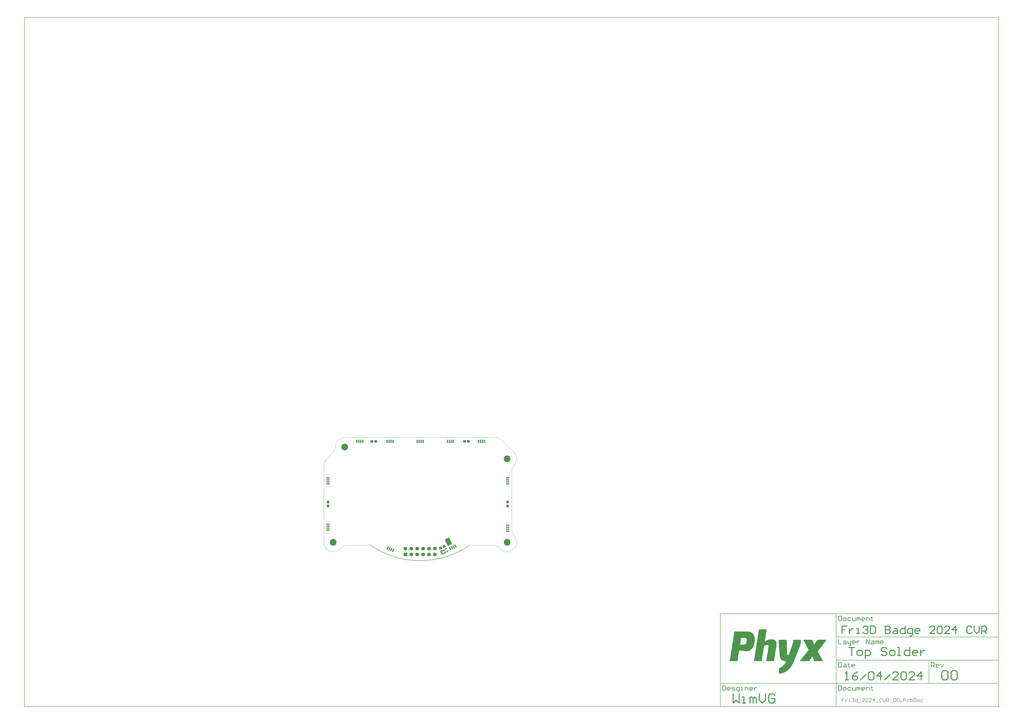
<source format=gts>
G04*
G04 #@! TF.GenerationSoftware,Altium Limited,Altium Designer,24.4.1 (13)*
G04*
G04 Layer_Color=8388736*
%FSLAX25Y25*%
%MOIN*%
G70*
G04*
G04 #@! TF.SameCoordinates,89CB3089-6BD8-41CF-BEDE-02629DB89CB6*
G04*
G04*
G04 #@! TF.FilePolarity,Negative*
G04*
G01*
G75*
%ADD10C,0.00787*%
%ADD11C,0.00591*%
%ADD12C,0.00394*%
%ADD13C,0.01575*%
%ADD14C,0.00984*%
%ADD25R,0.04331X0.04724*%
G04:AMPARAMS|DCode=26|XSize=19.68mil|YSize=39.37mil|CornerRadius=0mil|HoleSize=0mil|Usage=FLASHONLY|Rotation=295.000|XOffset=0mil|YOffset=0mil|HoleType=Round|Shape=Rectangle|*
%AMROTATEDRECTD26*
4,1,4,-0.02200,0.00060,0.01368,0.01724,0.02200,-0.00060,-0.01368,-0.01724,-0.02200,0.00060,0.0*
%
%ADD26ROTATEDRECTD26*%

G04:AMPARAMS|DCode=27|XSize=23.62mil|YSize=27.56mil|CornerRadius=0mil|HoleSize=0mil|Usage=FLASHONLY|Rotation=115.000|XOffset=0mil|YOffset=0mil|HoleType=Round|Shape=Rectangle|*
%AMROTATEDRECTD27*
4,1,4,0.01748,-0.00488,-0.00750,-0.01653,-0.01748,0.00488,0.00750,0.01653,0.01748,-0.00488,0.0*
%
%ADD27ROTATEDRECTD27*%

G04:AMPARAMS|DCode=28|XSize=43.31mil|YSize=47.24mil|CornerRadius=0mil|HoleSize=0mil|Usage=FLASHONLY|Rotation=295.000|XOffset=0mil|YOffset=0mil|HoleType=Round|Shape=Rectangle|*
%AMROTATEDRECTD28*
4,1,4,-0.03056,0.00964,0.01226,0.02961,0.03056,-0.00964,-0.01226,-0.02961,-0.03056,0.00964,0.0*
%
%ADD28ROTATEDRECTD28*%

G04:AMPARAMS|DCode=29|XSize=55.12mil|YSize=20.47mil|CornerRadius=0mil|HoleSize=0mil|Usage=FLASHONLY|Rotation=65.000|XOffset=0mil|YOffset=0mil|HoleType=Round|Shape=Rectangle|*
%AMROTATEDRECTD29*
4,1,4,-0.00237,-0.02930,-0.02092,-0.02065,0.00237,0.02930,0.02092,0.02065,-0.00237,-0.02930,0.0*
%
%ADD29ROTATEDRECTD29*%

%ADD30R,0.04724X0.04331*%
G04:AMPARAMS|DCode=31|XSize=120.47mil|YSize=81.1mil|CornerRadius=5.12mil|HoleSize=0mil|Usage=FLASHONLY|Rotation=295.000|XOffset=0mil|YOffset=0mil|HoleType=Round|Shape=RoundedRectangle|*
%AMROUNDEDRECTD31*
21,1,0.12047,0.07087,0,0,295.0*
21,1,0.11024,0.08110,0,0,295.0*
1,1,0.01024,-0.00882,-0.06493*
1,1,0.01024,-0.05541,0.03498*
1,1,0.01024,0.00882,0.06493*
1,1,0.01024,0.05541,-0.03498*
%
%ADD31ROUNDEDRECTD31*%
%ADD32R,0.05512X0.02047*%
%ADD33R,0.02047X0.05512*%
G04:AMPARAMS|DCode=34|XSize=55.12mil|YSize=20.47mil|CornerRadius=0mil|HoleSize=0mil|Usage=FLASHONLY|Rotation=115.000|XOffset=0mil|YOffset=0mil|HoleType=Round|Shape=Rectangle|*
%AMROTATEDRECTD34*
4,1,4,0.02092,-0.02065,0.00237,-0.02930,-0.02092,0.02065,-0.00237,0.02930,0.02092,-0.02065,0.0*
%
%ADD34ROTATEDRECTD34*%

%ADD35C,0.06299*%
%ADD36R,0.06299X0.06299*%
%ADD37C,0.11417*%
G36*
X557241Y-114219D02*
X558959D01*
Y-114506D01*
X559818D01*
Y-114792D01*
X560676D01*
Y-115078D01*
X561535D01*
Y-115365D01*
X562108D01*
Y-115651D01*
X562394D01*
Y-115937D01*
X562967D01*
Y-116224D01*
X563253D01*
Y-116510D01*
X563826D01*
Y-116796D01*
X564112D01*
Y-117083D01*
X564398D01*
Y-117369D01*
X564685D01*
Y-117655D01*
X564971D01*
Y-117941D01*
X565258D01*
Y-118228D01*
X565544D01*
Y-118514D01*
Y-118800D01*
X565830D01*
Y-119087D01*
X566116D01*
Y-119373D01*
Y-119659D01*
X566403D01*
Y-119946D01*
X566689D01*
Y-120232D01*
Y-120518D01*
X566975D01*
Y-120805D01*
Y-121091D01*
Y-121377D01*
X567262D01*
Y-121663D01*
Y-121950D01*
Y-122236D01*
X567548D01*
Y-122522D01*
Y-122809D01*
Y-123095D01*
Y-123381D01*
X567834D01*
Y-123668D01*
Y-123954D01*
Y-124240D01*
Y-124527D01*
Y-124813D01*
X568121D01*
Y-125099D01*
Y-125385D01*
Y-125672D01*
Y-125958D01*
Y-126244D01*
Y-126531D01*
Y-126817D01*
Y-127103D01*
Y-127390D01*
Y-127676D01*
Y-127962D01*
Y-128249D01*
Y-128535D01*
Y-128821D01*
Y-129108D01*
Y-129394D01*
Y-129680D01*
Y-129966D01*
Y-130253D01*
Y-130539D01*
X567834D01*
Y-130825D01*
Y-131112D01*
Y-131398D01*
Y-131684D01*
Y-131971D01*
Y-132257D01*
Y-132543D01*
X567548D01*
Y-132830D01*
Y-133116D01*
Y-133402D01*
Y-133689D01*
Y-133975D01*
X567262D01*
Y-134261D01*
Y-134547D01*
Y-134834D01*
Y-135120D01*
Y-135406D01*
X566975D01*
Y-135693D01*
Y-135979D01*
Y-136265D01*
X566689D01*
Y-136552D01*
Y-136838D01*
Y-137124D01*
Y-137411D01*
X566403D01*
Y-137697D01*
Y-137983D01*
Y-138270D01*
X566116D01*
Y-138556D01*
Y-138842D01*
X565830D01*
Y-139128D01*
Y-139415D01*
Y-139701D01*
X565544D01*
Y-139988D01*
Y-140274D01*
X565258D01*
Y-140560D01*
Y-140846D01*
X564971D01*
Y-141133D01*
Y-141419D01*
X564685D01*
Y-141705D01*
X564398D01*
Y-141992D01*
Y-142278D01*
X564112D01*
Y-142564D01*
X563826D01*
Y-142851D01*
X563540D01*
Y-143137D01*
Y-143423D01*
X563253D01*
Y-143710D01*
X562967D01*
Y-143996D01*
X562681D01*
Y-144282D01*
X562394D01*
Y-144569D01*
X562108D01*
Y-144855D01*
X561535D01*
Y-145141D01*
X561249D01*
Y-145427D01*
X560676D01*
Y-145714D01*
X560390D01*
Y-146000D01*
X559818D01*
Y-146286D01*
X558959D01*
Y-146573D01*
X558100D01*
Y-146859D01*
X557241D01*
Y-147145D01*
X555523D01*
Y-147432D01*
X550369D01*
Y-147145D01*
X547792D01*
Y-146859D01*
X545788D01*
Y-146573D01*
X544357D01*
Y-146286D01*
X542925D01*
Y-146000D01*
X541494D01*
Y-146286D01*
Y-146573D01*
Y-146859D01*
Y-147145D01*
Y-147432D01*
Y-147718D01*
Y-148004D01*
X541207D01*
Y-148291D01*
Y-148577D01*
Y-148863D01*
Y-149150D01*
Y-149436D01*
Y-149722D01*
X540921D01*
Y-150008D01*
Y-150295D01*
Y-150581D01*
Y-150867D01*
Y-151154D01*
Y-151440D01*
X540635D01*
Y-151726D01*
Y-152013D01*
Y-152299D01*
Y-152585D01*
Y-152872D01*
Y-153158D01*
Y-153444D01*
X540348D01*
Y-153730D01*
Y-154017D01*
Y-154303D01*
Y-154589D01*
Y-154876D01*
Y-155162D01*
X540062D01*
Y-155448D01*
Y-155735D01*
Y-156021D01*
Y-156307D01*
Y-156594D01*
Y-156880D01*
X539776D01*
Y-157166D01*
Y-157453D01*
Y-157739D01*
Y-158025D01*
Y-158311D01*
Y-158598D01*
Y-158884D01*
X539489D01*
Y-159170D01*
Y-159457D01*
Y-159743D01*
Y-160029D01*
Y-160316D01*
Y-160602D01*
X539203D01*
Y-160888D01*
Y-161175D01*
Y-161461D01*
Y-161747D01*
Y-162034D01*
Y-162320D01*
X538917D01*
Y-162606D01*
Y-162892D01*
Y-163179D01*
Y-163465D01*
Y-163751D01*
Y-164038D01*
Y-164324D01*
X525460D01*
Y-164038D01*
X525746D01*
Y-163751D01*
Y-163465D01*
Y-163179D01*
Y-162892D01*
Y-162606D01*
X526033D01*
Y-162320D01*
Y-162034D01*
Y-161747D01*
Y-161461D01*
Y-161175D01*
Y-160888D01*
Y-160602D01*
X526319D01*
Y-160316D01*
Y-160029D01*
Y-159743D01*
Y-159457D01*
Y-159170D01*
Y-158884D01*
X526605D01*
Y-158598D01*
Y-158311D01*
Y-158025D01*
Y-157739D01*
Y-157453D01*
Y-157166D01*
X526892D01*
Y-156880D01*
Y-156594D01*
Y-156307D01*
Y-156021D01*
Y-155735D01*
Y-155448D01*
Y-155162D01*
X527178D01*
Y-154876D01*
Y-154589D01*
Y-154303D01*
Y-154017D01*
Y-153730D01*
Y-153444D01*
X527464D01*
Y-153158D01*
Y-152872D01*
Y-152585D01*
Y-152299D01*
Y-152013D01*
Y-151726D01*
X527750D01*
Y-151440D01*
Y-151154D01*
Y-150867D01*
Y-150581D01*
Y-150295D01*
Y-150008D01*
X528037D01*
Y-149722D01*
Y-149436D01*
Y-149150D01*
Y-148863D01*
Y-148577D01*
Y-148291D01*
Y-148004D01*
X528323D01*
Y-147718D01*
Y-147432D01*
Y-147145D01*
Y-146859D01*
Y-146573D01*
Y-146286D01*
X528609D01*
Y-146000D01*
Y-145714D01*
Y-145427D01*
Y-145141D01*
Y-144855D01*
Y-144569D01*
X528896D01*
Y-144282D01*
Y-143996D01*
Y-143710D01*
Y-143423D01*
Y-143137D01*
Y-142851D01*
X529182D01*
Y-142564D01*
Y-142278D01*
Y-141992D01*
Y-141705D01*
Y-141419D01*
Y-141133D01*
Y-140846D01*
X529468D01*
Y-140560D01*
Y-140274D01*
Y-139988D01*
Y-139701D01*
Y-139415D01*
Y-139128D01*
X529755D01*
Y-138842D01*
Y-138556D01*
Y-138270D01*
Y-137983D01*
Y-137697D01*
Y-137411D01*
X530041D01*
Y-137124D01*
Y-136838D01*
Y-136552D01*
Y-136265D01*
Y-135979D01*
Y-135693D01*
Y-135406D01*
X530327D01*
Y-135120D01*
Y-134834D01*
Y-134547D01*
Y-134261D01*
Y-133975D01*
Y-133689D01*
X530614D01*
Y-133402D01*
Y-133116D01*
Y-132830D01*
Y-132543D01*
Y-132257D01*
Y-131971D01*
X530900D01*
Y-131684D01*
Y-131398D01*
Y-131112D01*
Y-130825D01*
Y-130539D01*
Y-130253D01*
X531186D01*
Y-129966D01*
Y-129680D01*
Y-129394D01*
Y-129108D01*
Y-128821D01*
Y-128535D01*
Y-128249D01*
X531473D01*
Y-127962D01*
Y-127676D01*
Y-127390D01*
Y-127103D01*
Y-126817D01*
Y-126531D01*
X531759D01*
Y-126244D01*
Y-125958D01*
Y-125672D01*
Y-125385D01*
Y-125099D01*
Y-124813D01*
X532045D01*
Y-124527D01*
Y-124240D01*
Y-123954D01*
Y-123668D01*
Y-123381D01*
Y-123095D01*
Y-122809D01*
X532332D01*
Y-122522D01*
Y-122236D01*
Y-121950D01*
Y-121663D01*
Y-121377D01*
Y-121091D01*
X532618D01*
Y-120805D01*
Y-120518D01*
Y-120232D01*
Y-119946D01*
Y-119659D01*
Y-119373D01*
X532904D01*
Y-119087D01*
Y-118800D01*
Y-118514D01*
Y-118228D01*
Y-117941D01*
Y-117655D01*
Y-117369D01*
X533190D01*
Y-117083D01*
Y-116796D01*
Y-116510D01*
Y-116224D01*
Y-115937D01*
Y-115651D01*
X533477D01*
Y-115365D01*
Y-115078D01*
Y-114792D01*
Y-114506D01*
Y-114219D01*
Y-113933D01*
X557241D01*
Y-114219D01*
D02*
G37*
G36*
X588449Y-110784D02*
Y-111070D01*
X588163D01*
Y-111356D01*
Y-111643D01*
Y-111929D01*
Y-112215D01*
Y-112501D01*
Y-112788D01*
X587876D01*
Y-113074D01*
Y-113360D01*
Y-113647D01*
Y-113933D01*
Y-114219D01*
Y-114506D01*
X587590D01*
Y-114792D01*
Y-115078D01*
Y-115365D01*
Y-115651D01*
Y-115937D01*
Y-116224D01*
Y-116510D01*
X587304D01*
Y-116796D01*
Y-117083D01*
Y-117369D01*
Y-117655D01*
Y-117941D01*
Y-118228D01*
X587017D01*
Y-118514D01*
Y-118800D01*
Y-119087D01*
Y-119373D01*
Y-119659D01*
Y-119946D01*
X586731D01*
Y-120232D01*
Y-120518D01*
Y-120805D01*
Y-121091D01*
Y-121377D01*
Y-121663D01*
Y-121950D01*
X586445D01*
Y-122236D01*
Y-122522D01*
Y-122809D01*
Y-123095D01*
Y-123381D01*
Y-123668D01*
X586158D01*
Y-123954D01*
Y-124240D01*
Y-124527D01*
Y-124813D01*
Y-125099D01*
Y-125385D01*
X585872D01*
Y-125672D01*
Y-125958D01*
Y-126244D01*
Y-126531D01*
Y-126817D01*
Y-127103D01*
X585586D01*
Y-127390D01*
Y-127676D01*
Y-127962D01*
Y-128249D01*
Y-128535D01*
Y-128821D01*
Y-129108D01*
X585299D01*
Y-129394D01*
Y-129680D01*
Y-129966D01*
Y-130253D01*
Y-130539D01*
Y-130825D01*
X585013D01*
Y-131112D01*
Y-131398D01*
X585586D01*
Y-131112D01*
X585872D01*
Y-130825D01*
X586158D01*
Y-130539D01*
X586731D01*
Y-130253D01*
X587017D01*
Y-129966D01*
X587304D01*
Y-129680D01*
X587876D01*
Y-129394D01*
X588449D01*
Y-129108D01*
X588735D01*
Y-128821D01*
X589308D01*
Y-128535D01*
X590167D01*
Y-128249D01*
X590739D01*
Y-127962D01*
X591598D01*
Y-127676D01*
X593030D01*
Y-127390D01*
X599329D01*
Y-127676D01*
X600474D01*
Y-127962D01*
X601333D01*
Y-128249D01*
X601905D01*
Y-128535D01*
X602192D01*
Y-128821D01*
X602765D01*
Y-129108D01*
X603051D01*
Y-129394D01*
X603337D01*
Y-129680D01*
X603623D01*
Y-129966D01*
X603910D01*
Y-130253D01*
Y-130539D01*
X604196D01*
Y-130825D01*
Y-131112D01*
X604482D01*
Y-131398D01*
Y-131684D01*
Y-131971D01*
X604769D01*
Y-132257D01*
Y-132543D01*
Y-132830D01*
Y-133116D01*
X605055D01*
Y-133402D01*
Y-133689D01*
Y-133975D01*
Y-134261D01*
Y-134547D01*
Y-134834D01*
Y-135120D01*
Y-135406D01*
Y-135693D01*
Y-135979D01*
Y-136265D01*
Y-136552D01*
Y-136838D01*
Y-137124D01*
Y-137411D01*
Y-137697D01*
Y-137983D01*
Y-138270D01*
X604769D01*
Y-138556D01*
Y-138842D01*
Y-139128D01*
Y-139415D01*
Y-139701D01*
Y-139988D01*
Y-140274D01*
X604482D01*
Y-140560D01*
Y-140846D01*
Y-141133D01*
Y-141419D01*
Y-141705D01*
Y-141992D01*
Y-142278D01*
X604196D01*
Y-142564D01*
Y-142851D01*
Y-143137D01*
Y-143423D01*
Y-143710D01*
Y-143996D01*
X603910D01*
Y-144282D01*
Y-144569D01*
Y-144855D01*
Y-145141D01*
Y-145427D01*
Y-145714D01*
X603623D01*
Y-146000D01*
Y-146286D01*
Y-146573D01*
Y-146859D01*
Y-147145D01*
Y-147432D01*
X603337D01*
Y-147718D01*
Y-148004D01*
Y-148291D01*
Y-148577D01*
Y-148863D01*
Y-149150D01*
Y-149436D01*
X603051D01*
Y-149722D01*
Y-150008D01*
Y-150295D01*
Y-150581D01*
Y-150867D01*
Y-151154D01*
X602765D01*
Y-151440D01*
Y-151726D01*
Y-152013D01*
Y-152299D01*
Y-152585D01*
Y-152872D01*
X602478D01*
Y-153158D01*
Y-153444D01*
Y-153730D01*
Y-154017D01*
Y-154303D01*
Y-154589D01*
Y-154876D01*
X602192D01*
Y-155162D01*
Y-155448D01*
Y-155735D01*
Y-156021D01*
Y-156307D01*
Y-156594D01*
X601905D01*
Y-156880D01*
Y-157166D01*
Y-157453D01*
Y-157739D01*
Y-158025D01*
Y-158311D01*
X601619D01*
Y-158598D01*
Y-158884D01*
Y-159170D01*
Y-159457D01*
Y-159743D01*
Y-160029D01*
X601333D01*
Y-160316D01*
Y-160602D01*
Y-160888D01*
Y-161175D01*
Y-161461D01*
Y-161747D01*
Y-162034D01*
X601047D01*
Y-162320D01*
Y-162606D01*
Y-162892D01*
Y-163179D01*
Y-163465D01*
Y-163751D01*
X600760D01*
Y-164038D01*
Y-164324D01*
X587590D01*
Y-164038D01*
Y-163751D01*
X587876D01*
Y-163465D01*
Y-163179D01*
Y-162892D01*
Y-162606D01*
Y-162320D01*
Y-162034D01*
X588163D01*
Y-161747D01*
Y-161461D01*
Y-161175D01*
Y-160888D01*
Y-160602D01*
Y-160316D01*
Y-160029D01*
X588449D01*
Y-159743D01*
Y-159457D01*
Y-159170D01*
Y-158884D01*
Y-158598D01*
Y-158311D01*
X588735D01*
Y-158025D01*
Y-157739D01*
Y-157453D01*
Y-157166D01*
Y-156880D01*
Y-156594D01*
X589021D01*
Y-156307D01*
Y-156021D01*
Y-155735D01*
Y-155448D01*
Y-155162D01*
Y-154876D01*
Y-154589D01*
X589308D01*
Y-154303D01*
Y-154017D01*
Y-153730D01*
Y-153444D01*
Y-153158D01*
Y-152872D01*
X589594D01*
Y-152585D01*
Y-152299D01*
Y-152013D01*
Y-151726D01*
Y-151440D01*
Y-151154D01*
Y-150867D01*
X589880D01*
Y-150581D01*
Y-150295D01*
Y-150008D01*
Y-149722D01*
Y-149436D01*
Y-149150D01*
X590167D01*
Y-148863D01*
Y-148577D01*
Y-148291D01*
Y-148004D01*
Y-147718D01*
Y-147432D01*
X590453D01*
Y-147145D01*
Y-146859D01*
Y-146573D01*
Y-146286D01*
Y-146000D01*
Y-145714D01*
X590739D01*
Y-145427D01*
Y-145141D01*
Y-144855D01*
Y-144569D01*
Y-144282D01*
Y-143996D01*
Y-143710D01*
X591026D01*
Y-143423D01*
Y-143137D01*
Y-142851D01*
Y-142564D01*
Y-142278D01*
Y-141992D01*
X591312D01*
Y-141705D01*
Y-141419D01*
Y-141133D01*
Y-140846D01*
Y-140560D01*
Y-140274D01*
Y-139988D01*
X591598D01*
Y-139701D01*
Y-139415D01*
Y-139128D01*
Y-138842D01*
Y-138556D01*
Y-138270D01*
X591312D01*
Y-137983D01*
Y-137697D01*
X591026D01*
Y-137411D01*
X590739D01*
Y-137124D01*
X590167D01*
Y-136838D01*
X588449D01*
Y-137124D01*
X587017D01*
Y-137411D01*
X586158D01*
Y-137697D01*
X585586D01*
Y-137983D01*
X585299D01*
Y-138270D01*
X584727D01*
Y-138556D01*
X584440D01*
Y-138842D01*
X584154D01*
Y-139128D01*
Y-139415D01*
X583868D01*
Y-139701D01*
Y-139988D01*
Y-140274D01*
X583581D01*
Y-140560D01*
Y-140846D01*
Y-141133D01*
Y-141419D01*
Y-141705D01*
Y-141992D01*
X583295D01*
Y-142278D01*
Y-142564D01*
Y-142851D01*
Y-143137D01*
Y-143423D01*
Y-143710D01*
Y-143996D01*
X583009D01*
Y-144282D01*
Y-144569D01*
Y-144855D01*
Y-145141D01*
Y-145427D01*
Y-145714D01*
X582723D01*
Y-146000D01*
Y-146286D01*
Y-146573D01*
Y-146859D01*
Y-147145D01*
Y-147432D01*
X582436D01*
Y-147718D01*
Y-148004D01*
Y-148291D01*
Y-148577D01*
Y-148863D01*
Y-149150D01*
X582150D01*
Y-149436D01*
Y-149722D01*
Y-150008D01*
Y-150295D01*
Y-150581D01*
Y-150867D01*
Y-151154D01*
X581864D01*
Y-151440D01*
Y-151726D01*
Y-152013D01*
Y-152299D01*
Y-152585D01*
Y-152872D01*
X581577D01*
Y-153158D01*
Y-153444D01*
Y-153730D01*
Y-154017D01*
Y-154303D01*
Y-154589D01*
X581291D01*
Y-154876D01*
Y-155162D01*
Y-155448D01*
Y-155735D01*
Y-156021D01*
Y-156307D01*
Y-156594D01*
X581005D01*
Y-156880D01*
Y-157166D01*
Y-157453D01*
Y-157739D01*
Y-158025D01*
Y-158311D01*
X580718D01*
Y-158598D01*
Y-158884D01*
Y-159170D01*
Y-159457D01*
Y-159743D01*
Y-160029D01*
X580432D01*
Y-160316D01*
Y-160602D01*
Y-160888D01*
Y-161175D01*
Y-161461D01*
Y-161747D01*
X580146D01*
Y-162034D01*
Y-162320D01*
Y-162606D01*
Y-162892D01*
Y-163179D01*
Y-163465D01*
Y-163751D01*
X579859D01*
Y-164038D01*
Y-164324D01*
X566689D01*
Y-164038D01*
Y-163751D01*
X566975D01*
Y-163465D01*
Y-163179D01*
Y-162892D01*
Y-162606D01*
Y-162320D01*
Y-162034D01*
Y-161747D01*
X567262D01*
Y-161461D01*
Y-161175D01*
Y-160888D01*
Y-160602D01*
Y-160316D01*
Y-160029D01*
X567548D01*
Y-159743D01*
Y-159457D01*
Y-159170D01*
Y-158884D01*
Y-158598D01*
Y-158311D01*
X567834D01*
Y-158025D01*
Y-157739D01*
Y-157453D01*
Y-157166D01*
Y-156880D01*
Y-156594D01*
Y-156307D01*
X568121D01*
Y-156021D01*
Y-155735D01*
Y-155448D01*
Y-155162D01*
Y-154876D01*
Y-154589D01*
X568407D01*
Y-154303D01*
Y-154017D01*
Y-153730D01*
Y-153444D01*
Y-153158D01*
Y-152872D01*
X568693D01*
Y-152585D01*
Y-152299D01*
Y-152013D01*
Y-151726D01*
Y-151440D01*
Y-151154D01*
X568980D01*
Y-150867D01*
Y-150581D01*
Y-150295D01*
Y-150008D01*
Y-149722D01*
Y-149436D01*
Y-149150D01*
X569266D01*
Y-148863D01*
Y-148577D01*
Y-148291D01*
Y-148004D01*
Y-147718D01*
Y-147432D01*
X569552D01*
Y-147145D01*
Y-146859D01*
Y-146573D01*
Y-146286D01*
Y-146000D01*
Y-145714D01*
X569838D01*
Y-145427D01*
Y-145141D01*
Y-144855D01*
Y-144569D01*
Y-144282D01*
Y-143996D01*
Y-143710D01*
X570125D01*
Y-143423D01*
Y-143137D01*
Y-142851D01*
Y-142564D01*
Y-142278D01*
Y-141992D01*
X570411D01*
Y-141705D01*
Y-141419D01*
Y-141133D01*
Y-140846D01*
Y-140560D01*
Y-140274D01*
X570697D01*
Y-139988D01*
Y-139701D01*
Y-139415D01*
Y-139128D01*
Y-138842D01*
Y-138556D01*
X570984D01*
Y-138270D01*
Y-137983D01*
Y-137697D01*
Y-137411D01*
Y-137124D01*
Y-136838D01*
Y-136552D01*
X571270D01*
Y-136265D01*
Y-135979D01*
Y-135693D01*
Y-135406D01*
Y-135120D01*
Y-134834D01*
X571556D01*
Y-134547D01*
Y-134261D01*
Y-133975D01*
Y-133689D01*
Y-133402D01*
Y-133116D01*
X571843D01*
Y-132830D01*
Y-132543D01*
Y-132257D01*
Y-131971D01*
Y-131684D01*
Y-131398D01*
X572129D01*
Y-131112D01*
Y-130825D01*
Y-130539D01*
Y-130253D01*
Y-129966D01*
Y-129680D01*
Y-129394D01*
X572415D01*
Y-129108D01*
Y-128821D01*
Y-128535D01*
Y-128249D01*
Y-127962D01*
Y-127676D01*
X572702D01*
Y-127390D01*
Y-127103D01*
Y-126817D01*
Y-126531D01*
Y-126244D01*
Y-125958D01*
X572988D01*
Y-125672D01*
Y-125385D01*
Y-125099D01*
Y-124813D01*
Y-124527D01*
Y-124240D01*
Y-123954D01*
X573274D01*
Y-123668D01*
Y-123381D01*
Y-123095D01*
Y-122809D01*
Y-122522D01*
Y-122236D01*
X573560D01*
Y-121950D01*
Y-121663D01*
Y-121377D01*
Y-121091D01*
Y-120805D01*
Y-120518D01*
X573847D01*
Y-120232D01*
Y-119946D01*
Y-119659D01*
Y-119373D01*
Y-119087D01*
Y-118800D01*
X574133D01*
Y-118514D01*
Y-118228D01*
Y-117941D01*
Y-117655D01*
Y-117369D01*
Y-117083D01*
Y-116796D01*
X574419D01*
Y-116510D01*
Y-116224D01*
Y-115937D01*
Y-115651D01*
Y-115365D01*
Y-115078D01*
X574706D01*
Y-114792D01*
Y-114506D01*
Y-114219D01*
Y-113933D01*
Y-113647D01*
Y-113360D01*
X574992D01*
Y-113074D01*
Y-112788D01*
Y-112501D01*
Y-112215D01*
Y-111929D01*
Y-111643D01*
Y-111356D01*
X575278D01*
Y-111070D01*
Y-110784D01*
Y-110497D01*
X588449D01*
Y-110784D01*
D02*
G37*
G36*
X690376Y-128249D02*
X690090D01*
Y-128535D01*
X689804D01*
Y-128821D01*
Y-129108D01*
X689517D01*
Y-129394D01*
X689231D01*
Y-129680D01*
X688945D01*
Y-129966D01*
Y-130253D01*
X688658D01*
Y-130539D01*
X688372D01*
Y-130825D01*
X688086D01*
Y-131112D01*
X687799D01*
Y-131398D01*
Y-131684D01*
X687513D01*
Y-131971D01*
X687227D01*
Y-132257D01*
X686940D01*
Y-132543D01*
Y-132830D01*
X686654D01*
Y-133116D01*
X686368D01*
Y-133402D01*
X686082D01*
Y-133689D01*
X685795D01*
Y-133975D01*
Y-134261D01*
X685509D01*
Y-134547D01*
X685223D01*
Y-134834D01*
X684936D01*
Y-135120D01*
Y-135406D01*
X684650D01*
Y-135693D01*
X684364D01*
Y-135979D01*
X684077D01*
Y-136265D01*
Y-136552D01*
X683791D01*
Y-136838D01*
X683505D01*
Y-137124D01*
X683218D01*
Y-137411D01*
X682932D01*
Y-137697D01*
Y-137983D01*
X682646D01*
Y-138270D01*
X682359D01*
Y-138556D01*
X682073D01*
Y-138842D01*
Y-139128D01*
X681787D01*
Y-139415D01*
X681500D01*
Y-139701D01*
X681214D01*
Y-139988D01*
Y-140274D01*
X680928D01*
Y-140560D01*
X680642D01*
Y-140846D01*
X680355D01*
Y-141133D01*
X680069D01*
Y-141419D01*
Y-141705D01*
X679783D01*
Y-141992D01*
X679496D01*
Y-142278D01*
X679210D01*
Y-142564D01*
Y-142851D01*
X678924D01*
Y-143137D01*
X678637D01*
Y-143423D01*
X678351D01*
Y-143710D01*
Y-143996D01*
X678065D01*
Y-144282D01*
X677778D01*
Y-144569D01*
X677492D01*
Y-144855D01*
X677206D01*
Y-145141D01*
Y-145427D01*
X676920D01*
Y-145714D01*
X676633D01*
Y-146000D01*
X676347D01*
Y-146286D01*
Y-146573D01*
X676060D01*
Y-146859D01*
X675774D01*
Y-147145D01*
X675488D01*
Y-147432D01*
X675202D01*
Y-147718D01*
Y-148004D01*
X675488D01*
Y-148291D01*
Y-148577D01*
X675774D01*
Y-148863D01*
Y-149150D01*
X676060D01*
Y-149436D01*
X676347D01*
Y-149722D01*
Y-150008D01*
X676633D01*
Y-150295D01*
Y-150581D01*
X676920D01*
Y-150867D01*
Y-151154D01*
X677206D01*
Y-151440D01*
Y-151726D01*
X677492D01*
Y-152013D01*
Y-152299D01*
X677778D01*
Y-152585D01*
Y-152872D01*
X678065D01*
Y-153158D01*
Y-153444D01*
X678351D01*
Y-153730D01*
Y-154017D01*
X678637D01*
Y-154303D01*
X678924D01*
Y-154589D01*
Y-154876D01*
X679210D01*
Y-155162D01*
Y-155448D01*
X679496D01*
Y-155735D01*
Y-156021D01*
X679783D01*
Y-156307D01*
Y-156594D01*
X680069D01*
Y-156880D01*
Y-157166D01*
X680355D01*
Y-157453D01*
Y-157739D01*
X680642D01*
Y-158025D01*
Y-158311D01*
X680928D01*
Y-158598D01*
X681214D01*
Y-158884D01*
Y-159170D01*
X681500D01*
Y-159457D01*
Y-159743D01*
X681787D01*
Y-160029D01*
Y-160316D01*
X682073D01*
Y-160602D01*
Y-160888D01*
X682359D01*
Y-161175D01*
Y-161461D01*
X682646D01*
Y-161747D01*
Y-162034D01*
X682932D01*
Y-162320D01*
Y-162606D01*
X683218D01*
Y-162892D01*
X683505D01*
Y-163179D01*
Y-163465D01*
X683791D01*
Y-163751D01*
Y-164038D01*
X684077D01*
Y-164324D01*
X668903D01*
Y-164038D01*
X668616D01*
Y-163751D01*
Y-163465D01*
Y-163179D01*
X668330D01*
Y-162892D01*
Y-162606D01*
Y-162320D01*
X668044D01*
Y-162034D01*
Y-161747D01*
X667758D01*
Y-161461D01*
Y-161175D01*
Y-160888D01*
X667471D01*
Y-160602D01*
Y-160316D01*
Y-160029D01*
X667185D01*
Y-159743D01*
Y-159457D01*
X666898D01*
Y-159170D01*
Y-158884D01*
Y-158598D01*
X666612D01*
Y-158311D01*
Y-158025D01*
Y-157739D01*
X666326D01*
Y-157453D01*
Y-157166D01*
Y-156880D01*
X666040D01*
Y-156594D01*
X665467D01*
Y-156880D01*
Y-157166D01*
X665181D01*
Y-157453D01*
X664894D01*
Y-157739D01*
Y-158025D01*
X664608D01*
Y-158311D01*
X664322D01*
Y-158598D01*
Y-158884D01*
X664035D01*
Y-159170D01*
X663749D01*
Y-159457D01*
Y-159743D01*
X663463D01*
Y-160029D01*
X663176D01*
Y-160316D01*
X662890D01*
Y-160602D01*
Y-160888D01*
X662604D01*
Y-161175D01*
X662318D01*
Y-161461D01*
Y-161747D01*
X662031D01*
Y-162034D01*
X661745D01*
Y-162320D01*
Y-162606D01*
X661459D01*
Y-162892D01*
X661172D01*
Y-163179D01*
Y-163465D01*
X660886D01*
Y-163751D01*
X660600D01*
Y-164038D01*
Y-164324D01*
X644566D01*
Y-164038D01*
X644852D01*
Y-163751D01*
X645139D01*
Y-163465D01*
X645425D01*
Y-163179D01*
X645711D01*
Y-162892D01*
Y-162606D01*
X645998D01*
Y-162320D01*
X646284D01*
Y-162034D01*
X646570D01*
Y-161747D01*
X646857D01*
Y-161461D01*
Y-161175D01*
X647143D01*
Y-160888D01*
X647429D01*
Y-160602D01*
X647716D01*
Y-160316D01*
Y-160029D01*
X648002D01*
Y-159743D01*
X648288D01*
Y-159457D01*
X648574D01*
Y-159170D01*
X648861D01*
Y-158884D01*
Y-158598D01*
X649147D01*
Y-158311D01*
X649433D01*
Y-158025D01*
X649720D01*
Y-157739D01*
X650006D01*
Y-157453D01*
Y-157166D01*
X650292D01*
Y-156880D01*
X650579D01*
Y-156594D01*
X650865D01*
Y-156307D01*
Y-156021D01*
X651151D01*
Y-155735D01*
X651438D01*
Y-155448D01*
X651724D01*
Y-155162D01*
X652010D01*
Y-154876D01*
Y-154589D01*
X652297D01*
Y-154303D01*
X652583D01*
Y-154017D01*
X652869D01*
Y-153730D01*
Y-153444D01*
X653156D01*
Y-153158D01*
X653442D01*
Y-152872D01*
X653728D01*
Y-152585D01*
X654014D01*
Y-152299D01*
Y-152013D01*
X654301D01*
Y-151726D01*
X654587D01*
Y-151440D01*
X654873D01*
Y-151154D01*
Y-150867D01*
X655160D01*
Y-150581D01*
X655446D01*
Y-150295D01*
X655732D01*
Y-150008D01*
X656019D01*
Y-149722D01*
Y-149436D01*
X656305D01*
Y-149150D01*
X656591D01*
Y-148863D01*
X656878D01*
Y-148577D01*
X657164D01*
Y-148291D01*
Y-148004D01*
X657450D01*
Y-147718D01*
X657736D01*
Y-147432D01*
X658023D01*
Y-147145D01*
Y-146859D01*
X658309D01*
Y-146573D01*
X658596D01*
Y-146286D01*
X658882D01*
Y-146000D01*
X659168D01*
Y-145714D01*
Y-145427D01*
X659454D01*
Y-145141D01*
Y-144855D01*
Y-144569D01*
X659168D01*
Y-144282D01*
X658882D01*
Y-143996D01*
Y-143710D01*
X658596D01*
Y-143423D01*
Y-143137D01*
X658309D01*
Y-142851D01*
Y-142564D01*
X658023D01*
Y-142278D01*
Y-141992D01*
X657736D01*
Y-141705D01*
Y-141419D01*
X657450D01*
Y-141133D01*
Y-140846D01*
X657164D01*
Y-140560D01*
X656878D01*
Y-140274D01*
Y-139988D01*
X656591D01*
Y-139701D01*
Y-139415D01*
X656305D01*
Y-139128D01*
Y-138842D01*
X656019D01*
Y-138556D01*
Y-138270D01*
X655732D01*
Y-137983D01*
Y-137697D01*
X655446D01*
Y-137411D01*
Y-137124D01*
X655160D01*
Y-136838D01*
X654873D01*
Y-136552D01*
Y-136265D01*
X654587D01*
Y-135979D01*
Y-135693D01*
X654301D01*
Y-135406D01*
Y-135120D01*
X654014D01*
Y-134834D01*
Y-134547D01*
X653728D01*
Y-134261D01*
Y-133975D01*
X653442D01*
Y-133689D01*
Y-133402D01*
X653156D01*
Y-133116D01*
Y-132830D01*
X652869D01*
Y-132543D01*
X652583D01*
Y-132257D01*
Y-131971D01*
X652297D01*
Y-131684D01*
Y-131398D01*
X652010D01*
Y-131112D01*
Y-130825D01*
X651724D01*
Y-130539D01*
Y-130253D01*
X651438D01*
Y-129966D01*
Y-129680D01*
X651151D01*
Y-129394D01*
Y-129108D01*
X650865D01*
Y-128821D01*
X650579D01*
Y-128535D01*
Y-128249D01*
X650292D01*
Y-127962D01*
X666040D01*
Y-128249D01*
X666326D01*
Y-128535D01*
Y-128821D01*
Y-129108D01*
X666612D01*
Y-129394D01*
Y-129680D01*
Y-129966D01*
X666898D01*
Y-130253D01*
Y-130539D01*
Y-130825D01*
X667185D01*
Y-131112D01*
Y-131398D01*
Y-131684D01*
X667471D01*
Y-131971D01*
Y-132257D01*
Y-132543D01*
X667758D01*
Y-132830D01*
Y-133116D01*
Y-133402D01*
X668044D01*
Y-133689D01*
Y-133975D01*
Y-134261D01*
X668330D01*
Y-134547D01*
Y-134834D01*
Y-135120D01*
X668616D01*
Y-135406D01*
Y-135693D01*
Y-135979D01*
Y-136265D01*
X669189D01*
Y-135979D01*
X669475D01*
Y-135693D01*
X669762D01*
Y-135406D01*
Y-135120D01*
X670048D01*
Y-134834D01*
X670334D01*
Y-134547D01*
Y-134261D01*
X670621D01*
Y-133975D01*
X670907D01*
Y-133689D01*
Y-133402D01*
X671193D01*
Y-133116D01*
X671480D01*
Y-132830D01*
Y-132543D01*
X671766D01*
Y-132257D01*
X672052D01*
Y-131971D01*
Y-131684D01*
X672338D01*
Y-131398D01*
X672625D01*
Y-131112D01*
Y-130825D01*
X672911D01*
Y-130539D01*
X673197D01*
Y-130253D01*
Y-129966D01*
X673484D01*
Y-129680D01*
X673770D01*
Y-129394D01*
Y-129108D01*
X674056D01*
Y-128821D01*
X674343D01*
Y-128535D01*
Y-128249D01*
X674629D01*
Y-127962D01*
X690376D01*
Y-128249D01*
D02*
G37*
G36*
X646284D02*
Y-128535D01*
Y-128821D01*
Y-129108D01*
Y-129394D01*
Y-129680D01*
Y-129966D01*
Y-130253D01*
Y-130539D01*
Y-130825D01*
Y-131112D01*
Y-131398D01*
Y-131684D01*
Y-131971D01*
Y-132257D01*
Y-132543D01*
Y-132830D01*
Y-133116D01*
Y-133402D01*
Y-133689D01*
Y-133975D01*
X645998D01*
Y-134261D01*
Y-134547D01*
Y-134834D01*
Y-135120D01*
Y-135406D01*
X645711D01*
Y-135693D01*
Y-135979D01*
Y-136265D01*
Y-136552D01*
X645425D01*
Y-136838D01*
Y-137124D01*
Y-137411D01*
Y-137697D01*
X645139D01*
Y-137983D01*
Y-138270D01*
Y-138556D01*
X644852D01*
Y-138842D01*
Y-139128D01*
Y-139415D01*
X644566D01*
Y-139701D01*
Y-139988D01*
Y-140274D01*
X644280D01*
Y-140560D01*
Y-140846D01*
Y-141133D01*
X643994D01*
Y-141419D01*
Y-141705D01*
X643707D01*
Y-141992D01*
Y-142278D01*
X643421D01*
Y-142564D01*
Y-142851D01*
Y-143137D01*
X643135D01*
Y-143423D01*
Y-143710D01*
X642848D01*
Y-143996D01*
Y-144282D01*
Y-144569D01*
X642562D01*
Y-144855D01*
Y-145141D01*
X642276D01*
Y-145427D01*
Y-145714D01*
Y-146000D01*
X641989D01*
Y-146286D01*
Y-146573D01*
X641703D01*
Y-146859D01*
Y-147145D01*
Y-147432D01*
X641417D01*
Y-147718D01*
Y-148004D01*
X641130D01*
Y-148291D01*
Y-148577D01*
Y-148863D01*
X640844D01*
Y-149150D01*
Y-149436D01*
X640558D01*
Y-149722D01*
Y-150008D01*
Y-150295D01*
X640271D01*
Y-150581D01*
Y-150867D01*
X639985D01*
Y-151154D01*
Y-151440D01*
Y-151726D01*
X639699D01*
Y-152013D01*
Y-152299D01*
X639412D01*
Y-152585D01*
Y-152872D01*
Y-153158D01*
X639126D01*
Y-153444D01*
Y-153730D01*
X638840D01*
Y-154017D01*
Y-154303D01*
Y-154589D01*
X638554D01*
Y-154876D01*
Y-155162D01*
X638267D01*
Y-155448D01*
Y-155735D01*
Y-156021D01*
X637981D01*
Y-156307D01*
Y-156594D01*
X637695D01*
Y-156880D01*
Y-157166D01*
Y-157453D01*
X637408D01*
Y-157739D01*
Y-158025D01*
X637122D01*
Y-158311D01*
Y-158598D01*
Y-158884D01*
X636836D01*
Y-159170D01*
Y-159457D01*
X636549D01*
Y-159743D01*
Y-160029D01*
Y-160316D01*
X636263D01*
Y-160602D01*
Y-160888D01*
X635977D01*
Y-161175D01*
Y-161461D01*
Y-161747D01*
X635690D01*
Y-162034D01*
Y-162320D01*
X635404D01*
Y-162606D01*
Y-162892D01*
Y-163179D01*
X635118D01*
Y-163465D01*
Y-163751D01*
X634831D01*
Y-164038D01*
Y-164324D01*
Y-164610D01*
X634545D01*
Y-164897D01*
Y-165183D01*
X634259D01*
Y-165469D01*
Y-165756D01*
X633973D01*
Y-166042D01*
Y-166328D01*
X633686D01*
Y-166615D01*
Y-166901D01*
Y-167187D01*
X633400D01*
Y-167473D01*
X633114D01*
Y-167760D01*
Y-168046D01*
Y-168333D01*
X632827D01*
Y-168619D01*
X632541D01*
Y-168905D01*
Y-169191D01*
X632255D01*
Y-169478D01*
Y-169764D01*
X631968D01*
Y-170050D01*
Y-170337D01*
X631682D01*
Y-170623D01*
Y-170909D01*
X631396D01*
Y-171196D01*
X631109D01*
Y-171482D01*
Y-171768D01*
X630823D01*
Y-172055D01*
Y-172341D01*
X630537D01*
Y-172627D01*
X630251D01*
Y-172914D01*
X629964D01*
Y-173200D01*
Y-173486D01*
X629678D01*
Y-173772D01*
X629392D01*
Y-174059D01*
Y-174345D01*
X629105D01*
Y-174631D01*
X628819D01*
Y-174918D01*
X628533D01*
Y-175204D01*
Y-175490D01*
X628246D01*
Y-175777D01*
X627960D01*
Y-176063D01*
X627674D01*
Y-176349D01*
X627387D01*
Y-176636D01*
X627101D01*
Y-176922D01*
Y-177208D01*
X626815D01*
Y-177495D01*
X626528D01*
Y-177781D01*
X626242D01*
Y-178067D01*
X625956D01*
Y-178353D01*
X625669D01*
Y-178640D01*
X625383D01*
Y-178926D01*
X625097D01*
Y-179212D01*
X624524D01*
Y-179499D01*
X624238D01*
Y-179785D01*
X623952D01*
Y-180071D01*
X623665D01*
Y-180358D01*
X623379D01*
Y-180644D01*
X622806D01*
Y-180930D01*
X622520D01*
Y-181217D01*
X621947D01*
Y-181503D01*
X621661D01*
Y-181789D01*
X621089D01*
Y-182076D01*
X620802D01*
Y-182362D01*
X620229D01*
Y-182648D01*
X619657D01*
Y-182934D01*
X619084D01*
Y-183221D01*
X618512D01*
Y-183507D01*
X617939D01*
Y-183793D01*
X617080D01*
Y-184080D01*
X616507D01*
Y-184366D01*
X615649D01*
Y-184652D01*
X614503D01*
Y-184939D01*
X613358D01*
Y-185225D01*
X611640D01*
Y-185511D01*
X609636D01*
Y-185798D01*
X609350D01*
Y-185511D01*
Y-185225D01*
Y-184939D01*
Y-184652D01*
Y-184366D01*
Y-184080D01*
Y-183793D01*
Y-183507D01*
Y-183221D01*
Y-182934D01*
Y-182648D01*
Y-182362D01*
Y-182076D01*
Y-181789D01*
Y-181503D01*
Y-181217D01*
Y-180930D01*
Y-180644D01*
Y-180358D01*
Y-180071D01*
Y-179785D01*
Y-179499D01*
Y-179212D01*
Y-178926D01*
Y-178640D01*
Y-178353D01*
Y-178067D01*
Y-177781D01*
Y-177495D01*
Y-177208D01*
Y-176922D01*
Y-176636D01*
Y-176349D01*
X609922D01*
Y-176063D01*
X610495D01*
Y-175777D01*
X611067D01*
Y-175490D01*
X611640D01*
Y-175204D01*
X612213D01*
Y-174918D01*
X612785D01*
Y-174631D01*
X613072D01*
Y-174345D01*
X613644D01*
Y-174059D01*
X613931D01*
Y-173772D01*
X614503D01*
Y-173486D01*
X614790D01*
Y-173200D01*
X615076D01*
Y-172914D01*
X615649D01*
Y-172627D01*
X615935D01*
Y-172341D01*
X616221D01*
Y-172055D01*
X616507D01*
Y-171768D01*
X616794D01*
Y-171482D01*
X617080D01*
Y-171196D01*
X617366D01*
Y-170909D01*
X617653D01*
Y-170623D01*
X617939D01*
Y-170337D01*
X618225D01*
Y-170050D01*
X618512D01*
Y-169764D01*
X618798D01*
Y-169478D01*
Y-169191D01*
X619084D01*
Y-168905D01*
X619371D01*
Y-168619D01*
X619657D01*
Y-168333D01*
Y-168046D01*
X619943D01*
Y-167760D01*
X620229D01*
Y-167473D01*
Y-167187D01*
X620516D01*
Y-166901D01*
Y-166615D01*
X620802D01*
Y-166328D01*
X621089D01*
Y-166042D01*
Y-165756D01*
X621375D01*
Y-165469D01*
Y-165183D01*
X621661D01*
Y-164897D01*
Y-164610D01*
X619943D01*
Y-164324D01*
X617939D01*
Y-164038D01*
X616794D01*
Y-163751D01*
X616221D01*
Y-163465D01*
X615362D01*
Y-163179D01*
X614790D01*
Y-162892D01*
X614503D01*
Y-162606D01*
X613931D01*
Y-162320D01*
X613644D01*
Y-162034D01*
X613358D01*
Y-161747D01*
X613072D01*
Y-161461D01*
X612785D01*
Y-161175D01*
X612499D01*
Y-160888D01*
Y-160602D01*
X612213D01*
Y-160316D01*
X611927D01*
Y-160029D01*
Y-159743D01*
X611640D01*
Y-159457D01*
Y-159170D01*
X611354D01*
Y-158884D01*
Y-158598D01*
X611067D01*
Y-158311D01*
Y-158025D01*
Y-157739D01*
X610781D01*
Y-157453D01*
Y-157166D01*
Y-156880D01*
Y-156594D01*
X610495D01*
Y-156307D01*
Y-156021D01*
Y-155735D01*
Y-155448D01*
Y-155162D01*
Y-154876D01*
Y-154589D01*
X610209D01*
Y-154303D01*
Y-154017D01*
Y-153730D01*
Y-153444D01*
Y-153158D01*
Y-152872D01*
Y-152585D01*
Y-152299D01*
Y-152013D01*
Y-151726D01*
Y-151440D01*
Y-151154D01*
Y-150867D01*
Y-150581D01*
Y-150295D01*
X609922D01*
Y-150008D01*
Y-149722D01*
Y-149436D01*
Y-149150D01*
Y-148863D01*
Y-148577D01*
Y-148291D01*
Y-148004D01*
Y-147718D01*
Y-147432D01*
Y-147145D01*
Y-146859D01*
Y-146573D01*
Y-146286D01*
Y-146000D01*
X609636D01*
Y-145714D01*
Y-145427D01*
Y-145141D01*
Y-144855D01*
Y-144569D01*
Y-144282D01*
Y-143996D01*
Y-143710D01*
Y-143423D01*
Y-143137D01*
Y-142851D01*
Y-142564D01*
Y-142278D01*
Y-141992D01*
Y-141705D01*
Y-141419D01*
X609350D01*
Y-141133D01*
Y-140846D01*
Y-140560D01*
Y-140274D01*
Y-139988D01*
Y-139701D01*
Y-139415D01*
Y-139128D01*
Y-138842D01*
Y-138556D01*
Y-138270D01*
Y-137983D01*
Y-137697D01*
Y-137411D01*
Y-137124D01*
Y-136838D01*
X609063D01*
Y-136552D01*
Y-136265D01*
Y-135979D01*
Y-135693D01*
Y-135406D01*
Y-135120D01*
Y-134834D01*
Y-134547D01*
Y-134261D01*
Y-133975D01*
Y-133689D01*
Y-133402D01*
Y-133116D01*
Y-132830D01*
X608777D01*
Y-132543D01*
Y-132257D01*
Y-131971D01*
Y-131684D01*
Y-131398D01*
Y-131112D01*
Y-130825D01*
Y-130539D01*
Y-130253D01*
Y-129966D01*
Y-129680D01*
Y-129394D01*
Y-129108D01*
Y-128821D01*
Y-128535D01*
Y-128249D01*
X608491D01*
Y-127962D01*
X622234D01*
Y-128249D01*
Y-128535D01*
Y-128821D01*
Y-129108D01*
Y-129394D01*
Y-129680D01*
Y-129966D01*
Y-130253D01*
Y-130539D01*
Y-130825D01*
Y-131112D01*
Y-131398D01*
Y-131684D01*
Y-131971D01*
X622520D01*
Y-132257D01*
Y-132543D01*
Y-132830D01*
Y-133116D01*
Y-133402D01*
Y-133689D01*
Y-133975D01*
Y-134261D01*
Y-134547D01*
Y-134834D01*
Y-135120D01*
Y-135406D01*
Y-135693D01*
Y-135979D01*
Y-136265D01*
Y-136552D01*
Y-136838D01*
Y-137124D01*
Y-137411D01*
Y-137697D01*
Y-137983D01*
Y-138270D01*
Y-138556D01*
Y-138842D01*
Y-139128D01*
Y-139415D01*
Y-139701D01*
Y-139988D01*
Y-140274D01*
Y-140560D01*
Y-140846D01*
Y-141133D01*
Y-141419D01*
Y-141705D01*
Y-141992D01*
Y-142278D01*
Y-142564D01*
Y-142851D01*
Y-143137D01*
Y-143423D01*
Y-143710D01*
X622806D01*
Y-143996D01*
X622520D01*
Y-144282D01*
Y-144569D01*
X622806D01*
Y-144855D01*
Y-145141D01*
Y-145427D01*
Y-145714D01*
Y-146000D01*
Y-146286D01*
Y-146573D01*
Y-146859D01*
Y-147145D01*
Y-147432D01*
Y-147718D01*
Y-148004D01*
Y-148291D01*
Y-148577D01*
Y-148863D01*
Y-149150D01*
Y-149436D01*
Y-149722D01*
Y-150008D01*
Y-150295D01*
Y-150581D01*
Y-150867D01*
Y-151154D01*
Y-151440D01*
Y-151726D01*
Y-152013D01*
X623093D01*
Y-152299D01*
Y-152585D01*
Y-152872D01*
X623379D01*
Y-153158D01*
X623665D01*
Y-153444D01*
X623952D01*
Y-153730D01*
X624811D01*
Y-154017D01*
X625669D01*
Y-153730D01*
X625956D01*
Y-153444D01*
Y-153158D01*
Y-152872D01*
X626242D01*
Y-152585D01*
Y-152299D01*
X626528D01*
Y-152013D01*
Y-151726D01*
Y-151440D01*
X626815D01*
Y-151154D01*
Y-150867D01*
Y-150581D01*
X627101D01*
Y-150295D01*
Y-150008D01*
Y-149722D01*
X627387D01*
Y-149436D01*
Y-149150D01*
Y-148863D01*
X627674D01*
Y-148577D01*
Y-148291D01*
X627960D01*
Y-148004D01*
Y-147718D01*
Y-147432D01*
X628246D01*
Y-147145D01*
Y-146859D01*
Y-146573D01*
X628533D01*
Y-146286D01*
Y-146000D01*
Y-145714D01*
X628819D01*
Y-145427D01*
Y-145141D01*
X629105D01*
Y-144855D01*
Y-144569D01*
Y-144282D01*
X629392D01*
Y-143996D01*
Y-143710D01*
Y-143423D01*
X629678D01*
Y-143137D01*
Y-142851D01*
Y-142564D01*
X629964D01*
Y-142278D01*
Y-141992D01*
X630251D01*
Y-141705D01*
Y-141419D01*
Y-141133D01*
X630537D01*
Y-140846D01*
Y-140560D01*
Y-140274D01*
X630823D01*
Y-139988D01*
Y-139701D01*
Y-139415D01*
X631109D01*
Y-139128D01*
Y-138842D01*
X631396D01*
Y-138556D01*
Y-138270D01*
Y-137983D01*
X631682D01*
Y-137697D01*
Y-137411D01*
Y-137124D01*
X631968D01*
Y-136838D01*
Y-136552D01*
Y-136265D01*
X632255D01*
Y-135979D01*
Y-135693D01*
Y-135406D01*
Y-135120D01*
X632541D01*
Y-134834D01*
Y-134547D01*
Y-134261D01*
Y-133975D01*
X632827D01*
Y-133689D01*
Y-133402D01*
Y-133116D01*
Y-132830D01*
Y-132543D01*
X633114D01*
Y-132257D01*
Y-131971D01*
Y-131684D01*
Y-131398D01*
Y-131112D01*
Y-130825D01*
X633400D01*
Y-130539D01*
Y-130253D01*
Y-129966D01*
Y-129680D01*
Y-129394D01*
Y-129108D01*
Y-128821D01*
Y-128535D01*
Y-128249D01*
Y-127962D01*
X646284D01*
Y-128249D01*
D02*
G37*
%LPC*%
G36*
X552946Y-125099D02*
X544929D01*
Y-125385D01*
Y-125672D01*
Y-125958D01*
Y-126244D01*
Y-126531D01*
X544643D01*
Y-126817D01*
Y-127103D01*
Y-127390D01*
Y-127676D01*
Y-127962D01*
Y-128249D01*
X544357D01*
Y-128535D01*
Y-128821D01*
Y-129108D01*
Y-129394D01*
Y-129680D01*
Y-129966D01*
X544070D01*
Y-130253D01*
Y-130539D01*
Y-130825D01*
Y-131112D01*
Y-131398D01*
Y-131684D01*
X543784D01*
Y-131971D01*
Y-132257D01*
Y-132543D01*
Y-132830D01*
Y-133116D01*
Y-133402D01*
Y-133689D01*
X543498D01*
Y-133975D01*
Y-134261D01*
Y-134547D01*
Y-134834D01*
Y-135120D01*
Y-135406D01*
X543211D01*
Y-135693D01*
Y-135979D01*
Y-136265D01*
X550369D01*
Y-135979D01*
X551514D01*
Y-135693D01*
X552087D01*
Y-135406D01*
X552373D01*
Y-135120D01*
X552660D01*
Y-134834D01*
X552946D01*
Y-134547D01*
X553232D01*
Y-134261D01*
Y-133975D01*
X553519D01*
Y-133689D01*
Y-133402D01*
X553805D01*
Y-133116D01*
Y-132830D01*
X554091D01*
Y-132543D01*
Y-132257D01*
Y-131971D01*
Y-131684D01*
X554378D01*
Y-131398D01*
Y-131112D01*
Y-130825D01*
Y-130539D01*
Y-130253D01*
X554664D01*
Y-129966D01*
Y-129680D01*
Y-129394D01*
Y-129108D01*
Y-128821D01*
Y-128535D01*
Y-128249D01*
Y-127962D01*
Y-127676D01*
Y-127390D01*
Y-127103D01*
X554378D01*
Y-126817D01*
Y-126531D01*
X554091D01*
Y-126244D01*
Y-125958D01*
X553805D01*
Y-125672D01*
X553519D01*
Y-125385D01*
X552946D01*
Y-125099D01*
D02*
G37*
%LPD*%
D10*
X863787Y-202012D02*
Y-162642D01*
X706307Y-123272D02*
X981897D01*
X706307Y-162642D02*
X981897D01*
X509456Y-202012D02*
X981897D01*
X509456Y-83902D02*
X981897D01*
X509456Y-241382D02*
Y-83902D01*
X706307Y-241382D02*
Y-83902D01*
X-671646Y927909D02*
X981897D01*
Y-241382D02*
Y927909D01*
X-671646Y-241382D02*
Y927909D01*
Y-241382D02*
X981897D01*
X720085Y-227604D02*
X716149D01*
Y-230556D01*
X718117D01*
X716149D01*
Y-233508D01*
X722053Y-229572D02*
Y-233508D01*
Y-231540D01*
X723037Y-230556D01*
X724021Y-229572D01*
X725005D01*
X727956Y-233508D02*
X729924D01*
X728940D01*
Y-229572D01*
X727956D01*
X732876Y-228588D02*
X733860Y-227604D01*
X735828D01*
X736812Y-228588D01*
Y-229572D01*
X735828Y-230556D01*
X734844D01*
X735828D01*
X736812Y-231540D01*
Y-232524D01*
X735828Y-233508D01*
X733860D01*
X732876Y-232524D01*
X742716Y-227604D02*
Y-233508D01*
X739764D01*
X738780Y-232524D01*
Y-230556D01*
X739764Y-229572D01*
X742716D01*
X744683Y-234492D02*
X748619D01*
X754523Y-233508D02*
X750587D01*
X754523Y-229572D01*
Y-228588D01*
X753539Y-227604D01*
X751571D01*
X750587Y-228588D01*
X756491D02*
X757475Y-227604D01*
X759442D01*
X760426Y-228588D01*
Y-232524D01*
X759442Y-233508D01*
X757475D01*
X756491Y-232524D01*
Y-228588D01*
X766330Y-233508D02*
X762394D01*
X766330Y-229572D01*
Y-228588D01*
X765346Y-227604D01*
X763378D01*
X762394Y-228588D01*
X771250Y-233508D02*
Y-227604D01*
X768298Y-230556D01*
X772233D01*
X774201Y-234492D02*
X778137D01*
X784041Y-228588D02*
X783057Y-227604D01*
X781089D01*
X780105Y-228588D01*
Y-232524D01*
X781089Y-233508D01*
X783057D01*
X784041Y-232524D01*
X786009Y-227604D02*
Y-231540D01*
X787976Y-233508D01*
X789944Y-231540D01*
Y-227604D01*
X791912Y-233508D02*
Y-227604D01*
X794864D01*
X795848Y-228588D01*
Y-230556D01*
X794864Y-231540D01*
X791912D01*
X793880D02*
X795848Y-233508D01*
X797816Y-234492D02*
X801752D01*
X803719Y-228588D02*
X804703Y-227604D01*
X806671D01*
X807655Y-228588D01*
Y-232524D01*
X806671Y-233508D01*
X804703D01*
X803719Y-232524D01*
Y-228588D01*
X809623D02*
X810607Y-227604D01*
X812575D01*
X813559Y-228588D01*
Y-232524D01*
X812575Y-233508D01*
X810607D01*
X809623Y-232524D01*
Y-228588D01*
X815527Y-233508D02*
Y-232524D01*
X816510D01*
Y-233508D01*
X815527D01*
X820446D02*
Y-227604D01*
X823398D01*
X824382Y-228588D01*
Y-230556D01*
X823398Y-231540D01*
X820446D01*
X830286Y-229572D02*
X827334D01*
X826350Y-230556D01*
Y-232524D01*
X827334Y-233508D01*
X830286D01*
X832253Y-227604D02*
Y-233508D01*
X835205D01*
X836189Y-232524D01*
Y-231540D01*
Y-230556D01*
X835205Y-229572D01*
X832253D01*
X838157Y-227604D02*
Y-233508D01*
X841109D01*
X842093Y-232524D01*
Y-228588D01*
X841109Y-227604D01*
X838157D01*
X845045Y-233508D02*
X847012D01*
X847996Y-232524D01*
Y-230556D01*
X847012Y-229572D01*
X845045D01*
X844061Y-230556D01*
Y-232524D01*
X845045Y-233508D01*
X853900Y-229572D02*
X850948D01*
X849964Y-230556D01*
Y-232524D01*
X850948Y-233508D01*
X853900D01*
D11*
X-84294Y32547D02*
G03*
X84297Y32547I84295J121207D01*
G01*
D12*
X138174Y211425D02*
G03*
X129639Y214961I-8535J-8535D01*
G01*
X159047Y167716D02*
G03*
X155512Y159180I8535J-8535D01*
G01*
Y57355D02*
G03*
X159047Y48820I12071J0D01*
G01*
X159052Y167720D02*
G03*
X159052Y190548I-11414J11414D01*
G01*
X-160244Y177354D02*
G03*
X-163779Y168819I8535J-8535D01*
G01*
X-147630Y189968D02*
G03*
X-144095Y198504I-8535J8535D01*
G01*
X-127953Y214961D02*
G03*
X-144095Y198819I0J-16142D01*
G01*
X136224Y25988D02*
G03*
X159052Y48816I11414J11414D01*
G01*
X133201Y29011D02*
G03*
X124665Y32547I-8535J-8535D01*
G01*
X-124665D02*
G03*
X-133201Y29011I0J-12071D01*
G01*
X-163779Y37402D02*
G03*
X-136224Y25988I16142J0D01*
G01*
X-127953Y214961D02*
X129639D01*
X138174Y211425D02*
X159052Y190548D01*
X144370Y195276D02*
X147638D01*
X155512Y57355D02*
Y159180D01*
X159047Y48820D02*
X159052Y48816D01*
X-163779Y37402D02*
Y168819D01*
X-160244Y177354D02*
X-147630Y189968D01*
X-144095Y198504D02*
Y198819D01*
X133201Y29011D02*
X136224Y25988D01*
X84294Y32547D02*
X124665D01*
X-124665D02*
X-84294D01*
X-136224Y25988D02*
X-133201Y29011D01*
D13*
X727960Y-140993D02*
X737144D01*
X732552D01*
Y-154768D01*
X744031D02*
X748623D01*
X750919Y-152472D01*
Y-147880D01*
X748623Y-145584D01*
X744031D01*
X741735Y-147880D01*
Y-152472D01*
X744031Y-154768D01*
X755511Y-159360D02*
Y-145584D01*
X762398D01*
X764694Y-147880D01*
Y-152472D01*
X762398Y-154768D01*
X755511D01*
X792244Y-143289D02*
X789948Y-140993D01*
X785357D01*
X783061Y-143289D01*
Y-145584D01*
X785357Y-147880D01*
X789948D01*
X792244Y-150176D01*
Y-152472D01*
X789948Y-154768D01*
X785357D01*
X783061Y-152472D01*
X799132Y-154768D02*
X803723D01*
X806019Y-152472D01*
Y-147880D01*
X803723Y-145584D01*
X799132D01*
X796836Y-147880D01*
Y-152472D01*
X799132Y-154768D01*
X810611D02*
X815203D01*
X812907D01*
Y-140993D01*
X810611D01*
X831273D02*
Y-154768D01*
X824386D01*
X822090Y-152472D01*
Y-147880D01*
X824386Y-145584D01*
X831273D01*
X842753Y-154768D02*
X838161D01*
X835865Y-152472D01*
Y-147880D01*
X838161Y-145584D01*
X842753D01*
X845049Y-147880D01*
Y-150176D01*
X835865D01*
X849640Y-145584D02*
Y-154768D01*
Y-150176D01*
X851936Y-147880D01*
X854232Y-145584D01*
X856528D01*
X531110Y-219734D02*
Y-235476D01*
X536358Y-230229D01*
X541605Y-235476D01*
Y-219734D01*
X546853Y-235476D02*
X552101D01*
X549477D01*
Y-224981D01*
X546853D01*
X559972Y-235476D02*
Y-224981D01*
X562596D01*
X565220Y-227605D01*
Y-235476D01*
Y-227605D01*
X567843Y-224981D01*
X570467Y-227605D01*
Y-235476D01*
X575715Y-219734D02*
Y-230229D01*
X580963Y-235476D01*
X586210Y-230229D01*
Y-219734D01*
X601953Y-222357D02*
X599329Y-219734D01*
X594082D01*
X591458Y-222357D01*
Y-232853D01*
X594082Y-235476D01*
X599329D01*
X601953Y-232853D01*
Y-227605D01*
X596705D01*
X885441Y-182987D02*
X888064Y-180364D01*
X893312D01*
X895936Y-182987D01*
Y-193483D01*
X893312Y-196106D01*
X888064D01*
X885441Y-193483D01*
Y-182987D01*
X901184D02*
X903807Y-180364D01*
X909055D01*
X911679Y-182987D01*
Y-193483D01*
X909055Y-196106D01*
X903807D01*
X901184Y-193483D01*
Y-182987D01*
X722055Y-196106D02*
X726647D01*
X724351D01*
Y-182331D01*
X722055Y-184627D01*
X742717Y-182331D02*
X738126Y-184627D01*
X733534Y-189219D01*
Y-193811D01*
X735830Y-196106D01*
X740422D01*
X742717Y-193811D01*
Y-191515D01*
X740422Y-189219D01*
X733534D01*
X747309Y-196106D02*
X756493Y-186923D01*
X761084Y-184627D02*
X763380Y-182331D01*
X767972D01*
X770268Y-184627D01*
Y-193811D01*
X767972Y-196106D01*
X763380D01*
X761084Y-193811D01*
Y-184627D01*
X781747Y-196106D02*
Y-182331D01*
X774859Y-189219D01*
X784043D01*
X788634Y-196106D02*
X797818Y-186923D01*
X811593Y-196106D02*
X802409D01*
X811593Y-186923D01*
Y-184627D01*
X809297Y-182331D01*
X804705D01*
X802409Y-184627D01*
X816185D02*
X818480Y-182331D01*
X823072D01*
X825368Y-184627D01*
Y-193811D01*
X823072Y-196106D01*
X818480D01*
X816185Y-193811D01*
Y-184627D01*
X839143Y-196106D02*
X829960D01*
X839143Y-186923D01*
Y-184627D01*
X836847Y-182331D01*
X832255D01*
X829960Y-184627D01*
X850622Y-196106D02*
Y-182331D01*
X843735Y-189219D01*
X852918D01*
X724545Y-104772D02*
X716149D01*
Y-111069D01*
X720347D01*
X716149D01*
Y-117366D01*
X728744Y-108970D02*
Y-117366D01*
Y-113168D01*
X730843Y-111069D01*
X732942Y-108970D01*
X735041D01*
X741338Y-117366D02*
X745536D01*
X743437D01*
Y-108970D01*
X741338D01*
X751833Y-106871D02*
X753932Y-104772D01*
X758131D01*
X760230Y-106871D01*
Y-108970D01*
X758131Y-111069D01*
X756031D01*
X758131D01*
X760230Y-113168D01*
Y-115267D01*
X758131Y-117366D01*
X753932D01*
X751833Y-115267D01*
X764428Y-104772D02*
Y-117366D01*
X770725D01*
X772824Y-115267D01*
Y-106871D01*
X770725Y-104772D01*
X764428D01*
X789616D02*
Y-117366D01*
X795914D01*
X798013Y-115267D01*
Y-113168D01*
X795914Y-111069D01*
X789616D01*
X795914D01*
X798013Y-108970D01*
Y-106871D01*
X795914Y-104772D01*
X789616D01*
X804310Y-108970D02*
X808508D01*
X810607Y-111069D01*
Y-117366D01*
X804310D01*
X802211Y-115267D01*
X804310Y-113168D01*
X810607D01*
X823201Y-104772D02*
Y-117366D01*
X816904D01*
X814805Y-115267D01*
Y-111069D01*
X816904Y-108970D01*
X823201D01*
X831598Y-121564D02*
X833697D01*
X835796Y-119465D01*
Y-108970D01*
X829498D01*
X827400Y-111069D01*
Y-115267D01*
X829498Y-117366D01*
X835796D01*
X846291D02*
X842093D01*
X839994Y-115267D01*
Y-111069D01*
X842093Y-108970D01*
X846291D01*
X848390Y-111069D01*
Y-113168D01*
X839994D01*
X873579Y-117366D02*
X865183D01*
X873579Y-108970D01*
Y-106871D01*
X871480Y-104772D01*
X867282D01*
X865183Y-106871D01*
X877777D02*
X879876Y-104772D01*
X884074D01*
X886173Y-106871D01*
Y-115267D01*
X884074Y-117366D01*
X879876D01*
X877777Y-115267D01*
Y-106871D01*
X898767Y-117366D02*
X890371D01*
X898767Y-108970D01*
Y-106871D01*
X896668Y-104772D01*
X892470D01*
X890371Y-106871D01*
X909263Y-117366D02*
Y-104772D01*
X902966Y-111069D01*
X911362D01*
X936551Y-106871D02*
X934451Y-104772D01*
X930253D01*
X928154Y-106871D01*
Y-115267D01*
X930253Y-117366D01*
X934451D01*
X936551Y-115267D01*
X940749Y-104772D02*
Y-113168D01*
X944947Y-117366D01*
X949145Y-113168D01*
Y-104772D01*
X953343Y-117366D02*
Y-104772D01*
X959640D01*
X961739Y-106871D01*
Y-111069D01*
X959640Y-113168D01*
X953343D01*
X957541D02*
X961739Y-117366D01*
D14*
X867724Y-174453D02*
Y-166581D01*
X871660D01*
X872972Y-167893D01*
Y-170517D01*
X871660Y-171829D01*
X867724D01*
X870348D02*
X872972Y-174453D01*
X879531D02*
X876908D01*
X875596Y-173141D01*
Y-170517D01*
X876908Y-169205D01*
X879531D01*
X880843Y-170517D01*
Y-171829D01*
X875596D01*
X883467Y-169205D02*
X886091Y-174453D01*
X888715Y-169205D01*
X513393Y-205951D02*
Y-213823D01*
X517329D01*
X518641Y-212511D01*
Y-207263D01*
X517329Y-205951D01*
X513393D01*
X525201Y-213823D02*
X522577D01*
X521265Y-212511D01*
Y-209887D01*
X522577Y-208575D01*
X525201D01*
X526512Y-209887D01*
Y-211199D01*
X521265D01*
X529136Y-213823D02*
X533072D01*
X534384Y-212511D01*
X533072Y-211199D01*
X530448D01*
X529136Y-209887D01*
X530448Y-208575D01*
X534384D01*
X539632Y-216447D02*
X540944D01*
X542255Y-215135D01*
Y-208575D01*
X538320D01*
X537008Y-209887D01*
Y-212511D01*
X538320Y-213823D01*
X542255D01*
X544879D02*
X547503D01*
X546191D01*
Y-208575D01*
X544879D01*
X551439Y-213823D02*
Y-208575D01*
X555375D01*
X556686Y-209887D01*
Y-213823D01*
X563246D02*
X560622D01*
X559310Y-212511D01*
Y-209887D01*
X560622Y-208575D01*
X563246D01*
X564558Y-209887D01*
Y-211199D01*
X559310D01*
X567182Y-208575D02*
Y-213823D01*
Y-211199D01*
X568494Y-209887D01*
X569806Y-208575D01*
X571118D01*
X710244Y-87841D02*
Y-95713D01*
X714180D01*
X715491Y-94401D01*
Y-89153D01*
X714180Y-87841D01*
X710244D01*
X719427Y-95713D02*
X722051D01*
X723363Y-94401D01*
Y-91777D01*
X722051Y-90465D01*
X719427D01*
X718115Y-91777D01*
Y-94401D01*
X719427Y-95713D01*
X731234Y-90465D02*
X727299D01*
X725987Y-91777D01*
Y-94401D01*
X727299Y-95713D01*
X731234D01*
X733858Y-90465D02*
Y-94401D01*
X735170Y-95713D01*
X739106D01*
Y-90465D01*
X741730Y-95713D02*
Y-90465D01*
X743042D01*
X744353Y-91777D01*
Y-95713D01*
Y-91777D01*
X745665Y-90465D01*
X746977Y-91777D01*
Y-95713D01*
X753537D02*
X750913D01*
X749601Y-94401D01*
Y-91777D01*
X750913Y-90465D01*
X753537D01*
X754849Y-91777D01*
Y-93089D01*
X749601D01*
X757473Y-95713D02*
Y-90465D01*
X761408D01*
X762720Y-91777D01*
Y-95713D01*
X766656Y-89153D02*
Y-90465D01*
X765344D01*
X767968D01*
X766656D01*
Y-94401D01*
X767968Y-95713D01*
X710244Y-127211D02*
Y-135083D01*
X715491D01*
X719427Y-129835D02*
X722051D01*
X723363Y-131147D01*
Y-135083D01*
X719427D01*
X718115Y-133771D01*
X719427Y-132459D01*
X723363D01*
X725987Y-129835D02*
Y-133771D01*
X727299Y-135083D01*
X731234D01*
Y-136395D01*
X729922Y-137707D01*
X728611D01*
X731234Y-135083D02*
Y-129835D01*
X737794Y-135083D02*
X735170D01*
X733858Y-133771D01*
Y-131147D01*
X735170Y-129835D01*
X737794D01*
X739106Y-131147D01*
Y-132459D01*
X733858D01*
X741730Y-129835D02*
Y-135083D01*
Y-132459D01*
X743042Y-131147D01*
X744353Y-129835D01*
X745665D01*
X757473Y-135083D02*
Y-127211D01*
X762720Y-135083D01*
Y-127211D01*
X766656Y-129835D02*
X769280D01*
X770592Y-131147D01*
Y-135083D01*
X766656D01*
X765344Y-133771D01*
X766656Y-132459D01*
X770592D01*
X773216Y-135083D02*
Y-129835D01*
X774528D01*
X775839Y-131147D01*
Y-135083D01*
Y-131147D01*
X777151Y-129835D01*
X778463Y-131147D01*
Y-135083D01*
X785023D02*
X782399D01*
X781087Y-133771D01*
Y-131147D01*
X782399Y-129835D01*
X785023D01*
X786335Y-131147D01*
Y-132459D01*
X781087D01*
X710244Y-166581D02*
Y-174453D01*
X714180D01*
X715491Y-173141D01*
Y-167893D01*
X714180Y-166581D01*
X710244D01*
X719427Y-169205D02*
X722051D01*
X723363Y-170517D01*
Y-174453D01*
X719427D01*
X718115Y-173141D01*
X719427Y-171829D01*
X723363D01*
X727299Y-167893D02*
Y-169205D01*
X725987D01*
X728611D01*
X727299D01*
Y-173141D01*
X728611Y-174453D01*
X736482D02*
X733858D01*
X732546Y-173141D01*
Y-170517D01*
X733858Y-169205D01*
X736482D01*
X737794Y-170517D01*
Y-171829D01*
X732546D01*
X710244Y-205951D02*
Y-213823D01*
X714180D01*
X715491Y-212511D01*
Y-207263D01*
X714180Y-205951D01*
X710244D01*
X719427Y-213823D02*
X722051D01*
X723363Y-212511D01*
Y-209887D01*
X722051Y-208575D01*
X719427D01*
X718115Y-209887D01*
Y-212511D01*
X719427Y-213823D01*
X731234Y-208575D02*
X727299D01*
X725987Y-209887D01*
Y-212511D01*
X727299Y-213823D01*
X731234D01*
X733858Y-208575D02*
Y-212511D01*
X735170Y-213823D01*
X739106D01*
Y-208575D01*
X741730Y-213823D02*
Y-208575D01*
X743042D01*
X744353Y-209887D01*
Y-213823D01*
Y-209887D01*
X745665Y-208575D01*
X746977Y-209887D01*
Y-213823D01*
X753537D02*
X750913D01*
X749601Y-212511D01*
Y-209887D01*
X750913Y-208575D01*
X753537D01*
X754849Y-209887D01*
Y-211199D01*
X749601D01*
X757473Y-213823D02*
Y-208575D01*
X761408D01*
X762720Y-209887D01*
Y-213823D01*
X766656Y-207263D02*
Y-208575D01*
X765344D01*
X767968D01*
X766656D01*
Y-212511D01*
X767968Y-213823D01*
D25*
X-156496Y99015D02*
D03*
X-156496Y105708D02*
D03*
X148622Y99016D02*
D03*
X148622Y105709D02*
D03*
D26*
X35938Y22536D02*
D03*
X37020Y20217D02*
D03*
X38101Y17898D02*
D03*
X45951Y21558D02*
D03*
X43788Y26197D02*
D03*
D27*
X40279Y23474D02*
D03*
X41943Y19906D02*
D03*
D28*
X40650Y30598D02*
D03*
X34584Y27770D02*
D03*
D29*
X-55041Y27712D02*
D03*
X-52009Y26298D02*
D03*
X-48976Y24883D02*
D03*
X-45943Y23469D02*
D03*
D30*
X-82086Y208662D02*
D03*
X-75393Y208662D02*
D03*
X82086Y208661D02*
D03*
X75393Y208661D02*
D03*
D31*
X48031Y38189D02*
D03*
D32*
X-156496Y68012D02*
D03*
Y64665D02*
D03*
Y61319D02*
D03*
Y57972D02*
D03*
Y146752D02*
D03*
Y143405D02*
D03*
Y140059D02*
D03*
Y136713D02*
D03*
X148622Y136713D02*
D03*
Y140059D02*
D03*
Y143405D02*
D03*
Y146752D02*
D03*
Y56299D02*
D03*
Y59646D02*
D03*
Y62992D02*
D03*
Y66339D02*
D03*
D33*
X-97342Y208661D02*
D03*
X-100689D02*
D03*
X-104035D02*
D03*
X-107382D02*
D03*
X-46161D02*
D03*
X-49508D02*
D03*
X-52854D02*
D03*
X-56201D02*
D03*
X5020D02*
D03*
X1673D02*
D03*
X-1673D02*
D03*
X-5020D02*
D03*
X56201D02*
D03*
X52854D02*
D03*
X49508D02*
D03*
X46161D02*
D03*
X109055D02*
D03*
X105709D02*
D03*
X102362D02*
D03*
X99016D02*
D03*
D34*
X50962Y26619D02*
D03*
X53995Y28033D02*
D03*
X57028Y29447D02*
D03*
X60061Y30862D02*
D03*
D35*
X25000Y16654D02*
D03*
Y26654D02*
D03*
X5000Y16654D02*
D03*
Y26654D02*
D03*
X15000Y16654D02*
D03*
X15000Y26654D02*
D03*
X-5000D02*
D03*
X-5000Y16654D02*
D03*
X-15000Y26654D02*
D03*
Y16654D02*
D03*
X-25000Y26654D02*
D03*
D36*
Y16654D02*
D03*
D37*
X-127953Y198819D02*
D03*
X-147638Y37402D02*
D03*
X147638D02*
D03*
Y179134D02*
D03*
M02*

</source>
